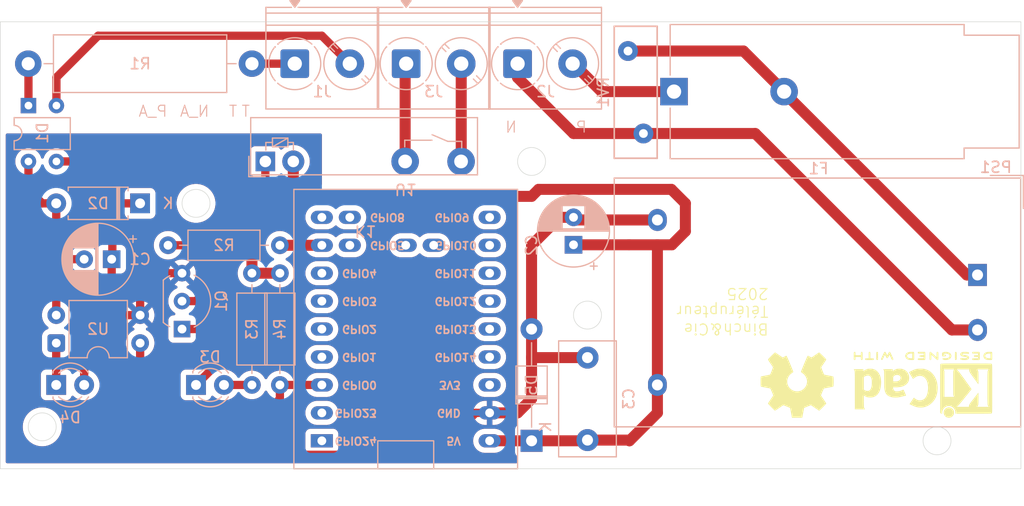
<source format=kicad_pcb>
(kicad_pcb (version 20241229) (generator "pcbnew") (generator_version "9.0")
  (layers (0 "F.Cu" signal) (2 "B.Cu" signal) (5 "F.SilkS" user "F.Silkscreen") (7 "B.SilkS" user "B.Silkscreen") (1 "F.Mask" user) (3 "B.Mask" user) (25 "Edge.Cuts" user))
  (net 0 "")
  (net 1 "Net-(D1-+)")
  (net 2 "Net-(D1--)")
  (net 3 "+5V")
  (net 4 "GND")
  (net 5 "/N")
  (net 6 "Net-(D1-Pad1)")
  (net 7 "Net-(D3-K)")
  (net 8 "Net-(D3-A)")
  (net 9 "Net-(D4-K)")
  (net 10 "/P")
  (net 11 "Net-(PS1-AC{slash}L)")
  (net 12 "/N_A")
  (net 13 "/L_A")
  (net 14 "Net-(Q1-B)")
  (net 15 "Signal_Sortie")
  (net 16 "Signal_Entrée")
  (net 35 "/S_L")
  (net 36 "/N_L")
  (footprint "Symbol:OSHW-Symbol_6.7x6mm_SilkScreen" (layer "F.Cu") (at 226.06 106.68 180)
    (property "Reference" "REF**" (hide yes))
    (property "Value" "OSHW-Symbol_6.7x6mm_SilkScreen" (hide yes))
  )
  (footprint "Symbol:KiCad-Logo2_5mm_SilkScreen" (layer "F.Cu") (at 237.49 106.68 180)
    (property "Reference" "REF**" (hide yes))
    (property "Value" "KiCad-Logo2_5mm_SilkScreen" (hide yes))
  )
  (footprint "Converter_ACDC:Converter_ACDC_Hi-Link_HLK-PMxx" (layer "B.Cu") (at 242.44 96.68 180)
    (property "Reference" "PS1" (at -1.66 9.79 0) (layer "B.SilkS") (effects (justify mirror)))
    (property "Value" "HLK-PM01")
    (pad "1" thru_hole rect (at 0 0 180) (size 1.7 2) (drill 1) (layers "*.Cu" "*.Mask") (net 11 "Net-(PS1-AC{slash}L)"))
    (pad "2" thru_hole oval (at 0 -5 180) (size 1.7 2) (drill 1) (layers "*.Cu" "*.Mask") (net 5 "/N"))
    (pad "3" thru_hole oval (at 29.08 5 180) (size 1.7 2) (drill 1) (layers "*.Cu" "*.Mask") (net 4 "GND"))
    (pad "4" thru_hole oval (at 29.08 -10 180) (size 1.7 2) (drill 1) (layers "*.Cu" "*.Mask") (net 3 "+5V"))
  )
  (footprint "Fuse:Fuseholder_Cylinder-5x20mm_Schurter_FAB_0031-355x_Horizontal_Closed" (layer "B.Cu") (at 214.87 80.01)
    (property "Reference" "F1" (at 13.125 7 180) (layer "B.SilkS") (effects (justify mirror)))
    (property "Value" "200mA")
    (pad "1" thru_hole rect (at 0 0) (size 2.5 2.5) (drill 1.3) (layers "*.Cu" "*.Mask") (net 10 "/P"))
    (pad "2" thru_hole circle (at 10 0) (size 2.5 2.5) (drill 1.3) (layers "*.Cu" "*.Mask") (net 11 "Net-(PS1-AC{slash}L)"))
  )
  (footprint "Resistor_THT:R_Axial_DIN0207_L6.3mm_D2.5mm_P10.16mm_Horizontal" (layer "B.Cu") (at 179.07 93.98 180)
    (property "Reference" "R2" (at 5.08 0 0) (layer "B.SilkS") (effects (justify mirror)))
    (property "Value" "10K")
    (pad "1" thru_hole circle (at 0 0 180) (size 1.6 1.6) (drill 0.8) (layers "*.Cu" "*.Mask") (net 15 "Signal_Sortie"))
    (pad "2" thru_hole oval (at 10.16 0 180) (size 1.6 1.6) (drill 0.8) (layers "*.Cu" "*.Mask") (net 14 "Net-(Q1-B)"))
  )
  (footprint "TerminalBlock_Phoenix:TerminalBlock_Phoenix_PT-1,5-2-5.0-H_1x02_P5.00mm_Horizontal" (layer "B.Cu") (at 190.54 77.47)
    (property "Reference" "J3" (at 2.5 2.54 180) (layer "B.SilkS") (effects (justify mirror)))
    (property "Value" "Screw_Terminal_01x02")
    (pad "1" thru_hole roundrect (at 0 0) (size 2.6 2.6) (drill 1.3) (layers "*.Cu" "*.Mask") (roundrect_rratio 0.096154) (net 36 "/N_L"))
    (pad "2" thru_hole circle (at 5 0) (size 2.6 2.6) (drill 1.3) (layers "*.Cu" "*.Mask") (net 35 "/S_L"))
  )
  (footprint "Diode_THT:D_A-405_P7.62mm_Horizontal" (layer "B.Cu") (at 166.37 90.17 180)
    (property "Reference" "D2" (at 3.81 0 0) (layer "B.SilkS") (effects (justify mirror)))
    (property "Value" "5.1V")
    (fp_text user "K" (at -2.54 0 0) (layer "B.SilkS") (effects (justify mirror)))
    (pad "1" thru_hole rect (at 0 0 180) (size 1.8 1.8) (drill 0.9) (layers "*.Cu" "*.Mask") (net 1 "Net-(D1-+)"))
    (pad "2" thru_hole oval (at 7.62 0 180) (size 1.8 1.8) (drill 0.9) (layers "*.Cu" "*.Mask") (net 2 "Net-(D1--)"))
  )
  (footprint "TerminalBlock_Phoenix:TerminalBlock_Phoenix_PT-1,5-2-5.0-H_1x02_P5.00mm_Horizontal" (layer "B.Cu") (at 200.66 77.47)
    (property "Reference" "J2" (at 2.54 2.54 180) (layer "B.SilkS") (effects (justify mirror)))
    (property "Value" "Screw_Terminal_01x02")
    (pad "1" thru_hole roundrect (at 0 0) (size 2.6 2.6) (drill 1.3) (layers "*.Cu" "*.Mask") (roundrect_rratio 0.096154) (net 5 "/N"))
    (pad "2" thru_hole circle (at 5 0) (size 2.6 2.6) (drill 1.3) (layers "*.Cu" "*.Mask") (net 10 "/P"))
  )
  (footprint "Diode_THT:Diode_Bridge_DIP-4_W5.08mm_P2.54mm" (layer "B.Cu") (at 156.23 81.28 -90)
    (property "Reference" "D1" (at 2.5 -1.27 90) (layer "B.SilkS") (effects (justify mirror)))
    (property "Value" "MB6M")
    (pad "1" thru_hole rect (at 0 0 270) (size 1.4 1.4) (drill 0.7) (layers "*.Cu" "*.Mask") (net 6 "Net-(D1-Pad1)"))
    (pad "2" thru_hole circle (at 0 -2.54 270) (size 1.4 1.4) (drill 0.7) (layers "*.Cu" "*.Mask") (net 12 "/N_A"))
    (pad "3" thru_hole circle (at 5.08 -2.54 270) (size 1.4 1.4) (drill 0.7) (layers "*.Cu" "*.Mask") (net 1 "Net-(D1-+)"))
    (pad "4" thru_hole circle (at 5.08 0 270) (size 1.4 1.4) (drill 0.7) (layers "*.Cu" "*.Mask") (net 2 "Net-(D1--)"))
  )
  (footprint "TerminalBlock_Phoenix:TerminalBlock_Phoenix_PT-1,5-2-5.0-H_1x02_P5.00mm_Horizontal" (layer "B.Cu") (at 180.42 77.47)
    (property "Reference" "J1" (at 2.5 2.54 180) (layer "B.SilkS") (effects (justify mirror)))
    (property "Value" "Screw_Terminal_01x02")
    (pad "1" thru_hole roundrect (at 0 0) (size 2.6 2.6) (drill 1.3) (layers "*.Cu" "*.Mask") (roundrect_rratio 0.096154) (net 13 "/L_A"))
    (pad "2" thru_hole circle (at 5 0) (size 2.6 2.6) (drill 1.3) (layers "*.Cu" "*.Mask") (net 12 "/N_A"))
  )
  (footprint "Espressif:ESP32-H2-SuperMini" (layer "B.Cu") (at 190.5 96.52)
    (property "Reference" "U1" (at 0 -7.62 180) (layer "B.SilkS") (effects (justify mirror)))
    (property "Value" "~")
    (fp_text user "GPIO10" (at 2.54 -2.54 180) (layer "B.SilkS") (effects (font (size 0.7 0.7)) (justify left mirror)))
    (fp_text user "5V" (at 5.08 15.24 180) (layer "B.SilkS") (effects (font (size 0.7 0.7)) (justify right mirror)))
    (fp_text user "GPIO2" (at -2.54 5.08 180) (layer "B.SilkS") (effects (font (size 0.7 0.7)) (justify right mirror)))
    (fp_text user "GPIO9" (at 2.54 -5.08 180) (layer "B.SilkS") (effects (font (size 0.7 0.7)) (justify left mirror)))
    (fp_text user "GPIO0" (at -2.54 10.16 180) (layer "B.SilkS") (effects (font (size 0.7 0.7)) (justify right mirror)))
    (fp_text user "GPIO12" (at 2.54 2.54 180) (layer "B.SilkS") (effects (font (size 0.7 0.7)) (justify left mirror)))
    (fp_text user "GPIO23" (at -2.54 12.7 180) (layer "B.SilkS") (effects (font (size 0.7 0.7)) (justify right mirror)))
    (fp_text user "GPIO3" (at -2.54 2.54 180) (layer "B.SilkS") (effects (font (size 0.7 0.7)) (justify right mirror)))
    (fp_text user "GND" (at 5.08 12.7 180) (layer "B.SilkS") (effects (font (size 0.7 0.7)) (justify right mirror)))
    (fp_text user "GPIO5" (at 0 -2.54 180) (layer "B.SilkS") (effects (font (size 0.7 0.7)) (justify right mirror)))
    (fp_text user "GPIO24" (at -2.54 15.24 180) (layer "B.SilkS") (effects (font (size 0.7 0.7)) (justify right mirror)))
    (fp_text user "GPIO8" (at 0 -5.08 180) (layer "B.SilkS") (effects (font (size 0.7 0.7)) (justify right mirror)))
    (fp_text user "GPIO13" (at 2.54 5.08 180) (layer "B.SilkS") (effects (font (size 0.7 0.7)) (justify left mirror)))
    (fp_text user "GPIO14" (at 2.54 7.62 180) (layer "B.SilkS") (effects (font (size 0.7 0.7)) (justify left mirror)))
    (fp_text user "3V3" (at 5.08 10.16 180) (layer "B.SilkS") (effects (font (size 0.7 0.7)) (justify right mirror)))
    (fp_text user "GPIO4" (at -2.54 0 180) (layer "B.SilkS") (effects (font (size 0.7 0.7)) (justify right mirror)))
    (fp_text user "GPIO1" (at -2.54 7.62 180) (layer "B.SilkS") (effects (font (size 0.7 0.7)) (justify right mirror)))
    (fp_text user "GPIO11" (at 2.54 0 180) (layer "B.SilkS") (effects (font (size 0.7 0.7)) (justify left mirror)))
    (pad "0" thru_hole oval (at -7.62 10.16 90) (size 1.2 2) (drill 0.8) (layers "*.Cu" "*.Mask") (net 16 "Signal_Entrée"))
    (pad "1" thru_hole oval (at -7.62 7.62 90) (size 1.2 2) (drill 0.8) (layers "*.Cu" "*.Mask"))
    (pad "2" thru_hole oval (at -7.62 5.08 90) (size 1.2 2) (drill 0.8) (layers "*.Cu" "*.Mask"))
    (pad "3" thru_hole oval (at -7.62 2.54 90) (size 1.2 2) (drill 0.8) (layers "*.Cu" "*.Mask"))
    (pad "3V3" thru_hole oval (at 7.62 10.16 90) (size 1.2 2) (drill 0.8) (layers "*.Cu" "*.Mask"))
    (pad "4" thru_hole oval (at -7.62 0 90) (size 1.2 2) (drill 0.8) (layers "*.Cu" "*.Mask"))
    (pad "5" thru_hole oval (at -7.62 -2.54 90) (size 1.2 2) (drill 0.8) (layers "*.Cu" "*.Mask") (net 15 "Signal_Sortie"))
    (pad "5V" thru_hole oval (at 7.62 15.24 90) (size 1.2 2) (drill 0.8) (layers "*.Cu" "*.Mask") (net 3 "+5V"))
    (pad "8" thru_hole oval (at -7.62 -5.08 90) (size 1.2 2) (drill 0.8) (layers "*.Cu" "*.Mask"))
    (pad "9" thru_hole oval (at 7.62 -5.08 90) (size 1.2 2) (drill 0.8) (layers "*.Cu" "*.Mask"))
    (pad "10" thru_hole oval (at 7.62 -2.54 90) (size 1.2 2) (drill 0.8) (layers "*.Cu" "*.Mask"))
    (pad "11" thru_hole oval (at 7.62 0 90) (size 1.2 2) (drill 0.8) (layers "*.Cu" "*.Mask"))
    (pad "12" thru_hole oval (at 7.62 2.54 90) (size 1.2 2) (drill 0.8) (layers "*.Cu" "*.Mask"))
    (pad "13" thru_hole oval (at 7.62 5.08 90) (size 1.2 2) (drill 0.8) (layers "*.Cu" "*.Mask"))
    (pad "14" thru_hole oval (at 7.62 7.62 90) (size 1.2 2) (drill 0.8) (layers "*.Cu" "*.Mask"))
    (pad "22" thru_hole oval (at 2.54 -2.54 90) (size 1.2 2) (drill 0.8) (layers "*.Cu" "*.Mask"))
    (pad "25" thru_hole oval (at 0 -2.54 90) (size 1.2 2) (drill 0.8) (layers "*.Cu" "*.Mask"))
    (pad "26" thru_hole oval (at -5.08 -2.54 90) (size 1.2 2) (drill 0.8) (layers "*.Cu" "*.Mask"))
    (pad "27" thru_hole oval (at -5.08 -5.08 90) (size 1.2 2) (drill 0.8) (layers "*.Cu" "*.Mask"))
    (pad "GND" thru_hole oval (at 7.62 12.7 90) (size 1.2 2) (drill 0.8) (layers "*.Cu" "*.Mask") (net 4 "GND"))
    (pad "RX" thru_hole oval (at -7.62 12.7 90) (size 1.2 2) (drill 0.8) (layers "*.Cu" "*.Mask"))
    (pad "TX" thru_hole rect (at -7.62 15.24 90) (size 1.2 2) (drill 0.8) (layers "*.Cu" "*.Mask"))
  )
  (footprint "Resistor_THT:R_Axial_DIN0207_L6.3mm_D2.5mm_P10.16mm_Horizontal" (layer "B.Cu") (at 179.07 106.68 90)
    (property "Reference" "R4" (at 5.08 0 90) (layer "B.SilkS") (effects (justify mirror)))
    (property "Value" "47K")
    (pad "1" thru_hole circle (at 0 0 90) (size 1.6 1.6) (drill 0.8) (layers "*.Cu" "*.Mask") (net 16 "Signal_Entrée"))
    (pad "2" thru_hole oval (at 10.16 0 90) (size 1.6 1.6) (drill 0.8) (layers "*.Cu" "*.Mask") (net 3 "+5V"))
  )
  (footprint "Capacitor_THT:CP_Radial_D6.3mm_P2.50mm" (layer "B.Cu") (at 205.74 93.94 90)
    (property "Reference" "C2" (at -0.04 -3.81 90) (layer "B.SilkS") (effects (justify mirror)))
    (property "Value" "220µF" (hide yes))
    (pad "1" thru_hole rect (at 0 0 90) (size 1.6 1.6) (drill 0.8) (layers "*.Cu" "*.Mask") (net 3 "+5V"))
    (pad "2" thru_hole circle (at 2.5 0 90) (size 1.6 1.6) (drill 0.8) (layers "*.Cu" "*.Mask") (net 4 "GND"))
  )
  (footprint "Resistor_THT:R_Axial_DIN0207_L6.3mm_D2.5mm_P10.16mm_Horizontal" (layer "B.Cu") (at 176.53 96.52 -90)
    (property "Reference" "R3" (at 5.08 0 90) (layer "B.SilkS") (effects (justify mirror)))
    (property "Value" "100")
    (pad "1" thru_hole circle (at 0 0 270) (size 1.6 1.6) (drill 0.8) (layers "*.Cu" "*.Mask") (net 3 "+5V"))
    (pad "2" thru_hole oval (at 10.16 0 270) (size 1.6 1.6) (drill 0.8) (layers "*.Cu" "*.Mask") (net 8 "Net-(D3-A)"))
  )
  (footprint "Package_TO_SOT_THT:TO-92L_Inline_Wide" (layer "B.Cu") (at 170.18 101.6 90)
    (property "Reference" "Q1" (at 2.54 3.56 90) (layer "B.SilkS") (effects (justify mirror)))
    (property "Value" "PH2222A")
    (pad "1" thru_hole rect (at 0 0 90) (size 1.5 1.5) (drill 0.8) (layers "*.Cu" "*.Mask") (net 7 "Net-(D3-K)"))
    (pad "2" thru_hole circle (at 2.54 0 90) (size 1.5 1.5) (drill 0.8) (layers "*.Cu" "*.Mask") (net 14 "Net-(Q1-B)"))
    (pad "3" thru_hole circle (at 5.08 0 90) (size 1.5 1.5) (drill 0.8) (layers "*.Cu" "*.Mask") (net 4 "GND"))
  )
  (footprint "Capacitor_THT:CP_Radial_D6.3mm_P2.50mm" (layer "B.Cu") (at 163.79 95.25 180)
    (property "Reference" "C1" (at -2.58 0 0) (layer "B.SilkS") (effects (justify mirror)))
    (property "Value" "100µF")
    (pad "1" thru_hole rect (at 0 0 180) (size 1.6 1.6) (drill 0.8) (layers "*.Cu" "*.Mask") (net 1 "Net-(D1-+)"))
    (pad "2" thru_hole circle (at 2.5 0 180) (size 1.6 1.6) (drill 0.8) (layers "*.Cu" "*.Mask") (net 2 "Net-(D1--)"))
  )
  (footprint "LED_THT:LED_D3.0mm" (layer "B.Cu") (at 171.45 106.68)
    (property "Reference" "D3" (at 1.27 -2.54 0) (layer "B.SilkS") (effects (justify mirror)))
    (property "Value" "LED")
    (pad "1" thru_hole rect (at 0 0) (size 1.8 1.8) (drill 0.9) (layers "*.Cu" "*.Mask") (net 7 "Net-(D3-K)"))
    (pad "2" thru_hole circle (at 2.54 0) (size 1.8 1.8) (drill 0.9) (layers "*.Cu" "*.Mask") (net 8 "Net-(D3-A)"))
  )
  (footprint "Package_DIP:DIP-4_W7.62mm" (layer "B.Cu") (at 158.755 102.875)
    (property "Reference" "U2" (at 3.805 -1.275 0) (layer "B.SilkS") (effects (justify mirror)))
    (property "Value" "EL817-C")
    (pad "1" thru_hole roundrect (at 0 0) (size 1.6 1.6) (drill 0.8) (layers "*.Cu" "*.Mask") (roundrect_rratio 0.15625) (net 9 "Net-(D4-K)"))
    (pad "2" thru_hole circle (at 0 -2.54) (size 1.6 1.6) (drill 0.8) (layers "*.Cu" "*.Mask") (net 2 "Net-(D1--)"))
    (pad "3" thru_hole circle (at 7.62 -2.54) (size 1.6 1.6) (drill 0.8) (layers "*.Cu" "*.Mask") (net 4 "GND"))
    (pad "4" thru_hole circle (at 7.62 0) (size 1.6 1.6) (drill 0.8) (layers "*.Cu" "*.Mask") (net 16 "Signal_Entrée"))
  )
  (footprint "Diode_THT:D_T-1_P10.16mm_Horizontal" (layer "B.Cu") (at 201.93 111.76 90)
    (property "Reference" "D5" (at 5.08 0 270) (layer "B.SilkS") (effects (justify mirror)))
    (property "Value" "1N5822")
    (fp_text user "K" (at 1.27 1.27 270) (layer "B.SilkS") (effects (justify mirror)))
    (pad "1" thru_hole rect (at 0 0 90) (size 2 2) (drill 1) (layers "*.Cu" "*.Mask") (net 3 "+5V"))
    (pad "2" thru_hole oval (at 10.16 0 90) (size 2 2) (drill 1) (layers "*.Cu" "*.Mask") (net 4 "GND"))
  )
  (footprint "LED_THT:LED_D3.0mm" (layer "B.Cu") (at 158.75 106.68)
    (property "Reference" "D4" (at 1.27 2.96 0) (layer "B.SilkS") (effects (justify mirror)))
    (property "Value" "LED")
    (pad "1" thru_hole rect (at 0 0) (size 1.8 1.8) (drill 0.9) (layers "*.Cu" "*.Mask") (net 9 "Net-(D4-K)"))
    (pad "2" thru_hole circle (at 2.54 0) (size 1.8 1.8) (drill 0.9) (layers "*.Cu" "*.Mask") (net 1 "Net-(D1-+)"))
  )
  (footprint "com_github_alarm-siren_arduino-kicad-library:HF49FD" (layer "B.Cu") (at 186.8479 79.5024)
    (property "Reference" "K1" (at 0 13.2 180) (layer "B.SilkS") (effects (justify mirror)))
    (property "Value" "Relay_SPST-NO")
    (pad "1" thru_hole rect (at -9.1016 6.8576) (size 1.778 1.778) (drill 1.05) (layers "*.Cu" "*.Mask") (net 7 "Net-(D3-K)"))
    (pad "2" thru_hole circle (at -6.5616 6.8576) (size 2 2) (drill 1.05) (layers "*.Cu" "*.Mask") (net 3 "+5V"))
    (pad "3" thru_hole circle (at 3.5984 6.8576) (size 2.5 2.5) (drill 1.25) (layers "*.Cu" "*.Mask") (net 36 "/N_L"))
    (pad "4" thru_hole circle (at 8.6784 6.8576) (size 2.5 2.5) (drill 1.25) (layers "*.Cu" "*.Mask") (net 35 "/S_L"))
  )
  (footprint "Varistor:RV_Disc_D12mm_W3.9mm_P7.5mm" (layer "B.Cu") (at 212.09 83.82 90)
    (property "Reference" "RV1" (at 3.75 -3.65 90) (layer "B.SilkS") (effects (justify mirror)))
    (property "Value" "Varistor")
    (pad "1" thru_hole circle (at 0 0 90) (size 1.8 1.8) (drill 0.8) (layers "*.Cu" "*.Mask") (net 5 "/N"))
    (pad "2" thru_hole circle (at 7.5 -1.4 90) (size 1.8 1.8) (drill 0.8) (layers "*.Cu" "*.Mask") (net 11 "Net-(PS1-AC{slash}L)"))
  )
  (footprint "Capacitor_THT:C_Rect_L10.3mm_W5.0mm_P7.50mm_MKS4" (layer "B.Cu") (at 207.01 111.695 90)
    (property "Reference" "C3" (at 3.75 3.75 90) (layer "B.SilkS") (effects (justify mirror)))
    (property "Value" "0.1µF")
    (pad "1" thru_hole circle (at 0 0 90) (size 2 2) (drill 1) (layers "*.Cu" "*.Mask") (net 3 "+5V"))
    (pad "2" thru_hole circle (at 7.5 0 90) (size 2 2) (drill 1) (layers "*.Cu" "*.Mask") (net 4 "GND"))
  )
  (footprint "Resistor_THT:R_Axial_DIN0516_L15.5mm_D5.0mm_P20.32mm_Horizontal" (layer "B.Cu") (at 176.53 77.47 180)
    (property "Reference" "R1" (at 10.16 0 0) (layer "B.SilkS") (effects (justify mirror)))
    (property "Value" "150K 2W")
    (pad "1" thru_hole circle (at 0 0 180) (size 2.4 2.4) (drill 1.2) (layers "*.Cu" "*.Mask") (net 13 "/L_A"))
    (pad "2" thru_hole oval (at 20.32 0 180) (size 2.4 2.4) (drill 1.2) (layers "*.Cu" "*.Mask") (net 6 "Net-(D1-Pad1)"))
  )
  (gr_rect (start 153.67 73.66) (end 246.38 114.3) (stroke (width 0.05)) (fill no) (layer "Edge.Cuts"))
  (gr_circle (center 157.48 110.49) (end 158.75 110.49) (stroke (width 0.05)) (fill no) (layer "Edge.Cuts"))
  (gr_circle (center 238.76 111.76) (end 240.03 111.76) (stroke (width 0.05)) (fill no) (layer "Edge.Cuts"))
  (gr_circle (center 171.45 90.17) (end 172.72 90.17) (stroke (width 0.05)) (fill no) (layer "Edge.Cuts"))
  (gr_circle (center 207.01 100.33) (end 208.28 100.33) (stroke (width 0.05)) (fill no) (layer "Edge.Cuts"))
  (gr_circle (center 201.93 86.36) (end 203.2 86.36) (stroke (width 0.05)) (fill no) (layer "Edge.Cuts"))
  (gr_text "Binch&Cie\nTélérupteur\n2025" (at 223.52 97.79 180) (layer "F.SilkS") (effects (font (size 1 1) (thickness 0.1)) (justify left bottom)))
  (gr_text "P" (at 207.01 83.82 0) (layer "B.SilkS") (effects (font (size 1 1) (thickness 0.1)) (justify left bottom mirror)))
  (gr_text "N_A" (at 172.72 82.3762 0) (layer "B.SilkS") (effects (font (size 1 1) (thickness 0.1)) (justify left bottom mirror)))
  (gr_text "N" (at 200.66 83.82 0) (layer "B.SilkS") (effects (font (size 1 1) (thickness 0.1)) (justify left bottom mirror)))
  (gr_text "P_A" (at 168.91 82.3762 0) (layer "B.SilkS") (effects (font (size 1 1) (thickness 0.1)) (justify left bottom mirror)))
  (gr_text "T" (at 175.26 82.3762 0) (layer "B.SilkS") (effects (font (size 1 1) (thickness 0.1)) (justify left bottom mirror)))
  (gr_text "T" (at 176.4175 82.3762 0) (layer "B.SilkS") (effects (font (size 1 1) (thickness 0.1)) (justify left bottom mirror)))
  (segment (start 163.85 87.63) (end 163.85 90.17) (width 0.75) (layer "F.Cu") (net 1))
  (segment (start 162.58 86.36) (end 163.85 87.63) (width 0.75) (layer "F.Cu") (net 1))
  (segment (start 163.85 95.19) (end 163.79 95.25) (width 0.75) (layer "F.Cu") (net 1))
  (segment (start 166.37 90.17) (end 163.85 90.17) (width 0.75) (layer "F.Cu") (net 1))
  (segment (start 163.79 95.25) (end 163.79 97.79) (width 0.75) (layer "F.Cu") (net 1))
  (segment (start 163.85 90.17) (end 163.85 95.19) (width 0.75) (layer "F.Cu") (net 1))
  (segment (start 161.29 106.68) (end 161.29 100.29) (width 0.75) (layer "F.Cu") (net 1))
  (segment (start 158.77 86.36) (end 162.58 86.36) (width 0.75) (layer "F.Cu") (net 1))
  (segment (start 161.29 100.29) (end 163.79 97.79) (width 0.75) (layer "F.Cu") (net 1))
  (segment (start 156.23 88.88) (end 156.23 86.36) (width 0.75) (layer "F.Cu") (net 2))
  (segment (start 158.755 100.335) (end 158.755 95.25) (width 0.75) (layer "F.Cu") (net 2))
  (segment (start 157.48 90.17) (end 156.21 88.9) (width 0.75) (layer "F.Cu") (net 2))
  (segment (start 158.755 95.25) (end 158.755 90.175) (width 0.75) (layer "F.Cu") (net 2))
  (segment (start 158.755 90.175) (end 158.75 90.17) (width 0.75) (layer "F.Cu") (net 2))
  (segment (start 156.21 88.9) (end 156.23 88.88) (width 0.75) (layer "F.Cu") (net 2))
  (segment (start 158.75 90.17) (end 157.48 90.17) (width 0.75) (layer "F.Cu") (net 2))
  (segment (start 161.29 95.25) (end 158.755 95.25) (width 0.75) (layer "F.Cu") (net 2))
  (segment (start 213.36 106.68) (end 213.36 93.94) (width 1) (layer "F.Cu") (net 3))
  (segment (start 210.82 111.76) (end 210.755 111.695) (width 1) (layer "F.Cu") (net 3))
  (segment (start 213.36 109.22) (end 210.82 111.76) (width 1) (layer "F.Cu") (net 3))
  (segment (start 201.93 89.535) (end 180.975 89.535) (width 1) (layer "F.Cu") (net 3))
  (segment (start 213.36 93.94) (end 214.67 93.94) (width 1) (layer "F.Cu") (net 3))
  (segment (start 206.945 111.76) (end 207.01 111.695) (width 1) (layer "F.Cu") (net 3))
  (segment (start 213.36 106.68) (end 213.36 109.22) (width 1) (layer "F.Cu") (net 3))
  (segment (start 202.565 88.9) (end 201.93 89.535) (width 1) (layer "F.Cu") (net 3))
  (segment (start 176.53 96.52) (end 179.07 96.52) (width 1) (layer "F.Cu") (net 3))
  (segment (start 214.67 93.94) (end 215.9 92.71) (width 1) (layer "F.Cu") (net 3))
  (segment (start 180.975 89.535) (end 180.2863 88.8463) (width 1) (layer "F.Cu") (net 3))
  (segment (start 215.9 90.17) (end 214.63 88.9) (width 1) (layer "F.Cu") (net 3))
  (segment (start 201.93 111.76) (end 206.945 111.76) (width 1) (layer "F.Cu") (net 3))
  (segment (start 205.74 93.94) (end 210.78 93.94) (width 1) (layer "F.Cu") (net 3))
  (segment (start 180.2863 88.9537) (end 180.2863 88.8463) (width 1) (layer "F.Cu") (net 3))
  (segment (start 215.9 92.71) (end 215.9 90.17) (width 1) (layer "F.Cu") (net 3))
  (segment (start 176.53 96.52) (end 176.53 92.71) (width 1) (layer "F.Cu") (net 3))
  (segment (start 176.53 92.71) (end 180.2863 88.9537) (width 1) (layer "F.Cu") (net 3))
  (segment (start 214.63 88.9) (end 202.565 88.9) (width 1) (layer "F.Cu") (net 3))
  (segment (start 210.78 93.94) (end 213.36 93.94) (width 1) (layer "F.Cu") (net 3))
  (segment (start 198.12 111.76) (end 198.089 111.791) (width 1) (layer "F.Cu") (net 3))
  (segment (start 180.2863 88.8463) (end 180.2863 86.36) (width 1) (layer "F.Cu") (net 3))
  (segment (start 198.12 111.76) (end 201.93 111.76) (width 1) (layer "F.Cu") (net 3))
  (segment (start 210.755 111.695) (end 207.01 111.695) (width 1) (layer "F.Cu") (net 3))
  (segment (start 166.375 100.335) (end 165.105 100.335) (width 0.75) (layer "F.Cu") (net 4))
  (segment (start 166.375 97.795) (end 166.37 97.79) (width 0.75) (layer "F.Cu") (net 4))
  (segment (start 166.37 97.79) (end 167.64 96.52) (width 0.75) (layer "F.Cu") (net 4))
  (segment (start 201.93 93.98) (end 201.93 101.6) (width 1) (layer "F.Cu") (net 4))
  (segment (start 167.64 96.52) (end 170.18 96.52) (width 0.75) (layer "F.Cu") (net 4))
  (segment (start 166.375 100.335) (end 166.375 97.795) (width 0.75) (layer "F.Cu") (net 4))
  (segment (start 165.105 100.335) (end 165.1 100.33) (width 0.75) (layer "F.Cu") (net 4))
  (segment (start 201.93 107.95) (end 201.93 104.25) (width 1) (layer "F.Cu") (net 4))
  (segment (start 207.01 104.195) (end 201.985 104.195) (width 1) (layer "F.Cu") (net 4))
  (segment (start 205.98 91.68) (end 205.74 91.44) (width 1) (layer "F.Cu") (net 4))
  (segment (start 204.47 91.44) (end 201.93 93.98) (width 1) (layer "F.Cu") (net 4))
  (segment (start 201.985 104.195) (end 201.93 104.14) (width 1) (layer "F.Cu") (net 4))
  (segment (start 201.93 104.25) (end 201.985 104.195) (width 1) (layer "F.Cu") (net 4))
  (segment (start 163.83 109.22) (end 167.64 113.03) (width 0.75) (layer "F.Cu") (net 4))
  (segment (start 198.12 109.22) (end 200.66 109.22) (width 1) (layer "F.Cu") (net 4))
  (segment (start 163.83 101.6) (end 163.83 109.22) (width 0.75) (layer "F.Cu") (net 4))
  (segment (start 193.04 113.03) (end 196.85 109.22) (width 0.75) (layer "F.Cu") (net 4))
  (segment (start 165.1 100.33) (end 163.83 101.6) (width 0.75) (layer "F.Cu") (net 4))
  (segment (start 167.64 113.03) (end 193.04 113.03) (width 0.75) (layer "F.Cu") (net 4))
  (segment (start 213.36 91.68) (end 205.98 91.68) (width 1) (layer "F.Cu") (net 4))
  (segment (start 196.85 109.22) (end 198.12 109.22) (width 0.75) (layer "F.Cu") (net 4))
  (segment (start 205.74 91.44) (end 204.47 91.44) (width 1) (layer "F.Cu") (net 4))
  (segment (start 200.66 109.22) (end 201.93 107.95) (width 1) (layer "F.Cu") (net 4))
  (segment (start 201.93 104.14) (end 201.93 101.6) (width 1) (layer "F.Cu") (net 4))
  (segment (start 212.09 83.82) (end 205.74 83.82) (width 1) (layer "F.Cu") (net 5))
  (segment (start 200.66 78.74) (end 200.66 77.47) (width 1) (layer "F.Cu") (net 5))
  (segment (start 212.09 83.82) (end 222.25 83.82) (width 1) (layer "F.Cu") (net 5))
  (segment (start 222.25 83.82) (end 240.11 101.68) (width 1) (layer "F.Cu") (net 5))
  (segment (start 240.11 101.68) (end 242.44 101.68) (width 1) (layer "F.Cu") (net 5))
  (segment (start 205.74 83.82) (end 200.66 78.74) (width 1) (layer "F.Cu") (net 5))
  (segment (start 156.23 77.49) (end 156.21 77.47) (width 0.75) (layer "F.Cu") (net 6))
  (segment (start 156.23 81.28) (end 156.23 77.49) (width 0.75) (layer "F.Cu") (net 6))
  (segment (start 173.99 104.14) (end 171.45 106.68) (width 0.75) (layer "F.Cu") (net 7))
  (segment (start 177.7463 88.8463) (end 177.8 88.9) (width 0.75) (layer "F.Cu") (net 7))
  (segment (start 173.99 92.71) (end 173.99 101.6) (width 0.75) (layer "F.Cu") (net 7))
  (segment (start 170.18 101.6) (end 173.99 101.6) (width 0.75) (layer "F.Cu") (net 7))
  (segment (start 177.8 88.9) (end 173.99 92.71) (width 0.75) (layer "F.Cu") (net 7))
  (segment (start 173.99 101.6) (end 173.99 104.14) (width 0.75) (layer "F.Cu") (net 7))
  (segment (start 177.7463 86.36) (end 177.7463 88.8463) (width 0.75) (layer "F.Cu") (net 7))
  (segment (start 176.53 106.68) (end 173.99 106.68) (width 0.75) (layer "F.Cu") (net 8))
  (segment (start 158.75 102.88) (end 158.755 102.875) (width 0.75) (layer "F.Cu") (net 9))
  (segment (start 158.75 106.68) (end 158.75 102.88) (width 0.75) (layer "F.Cu") (net 9))
  (segment (start 208.28 80.01) (end 214.87 80.01) (width 1) (layer "F.Cu") (net 10))
  (segment (start 205.66 77.47) (end 205.74 77.47) (width 1) (layer "F.Cu") (net 10))
  (segment (start 205.74 77.47) (end 208.28 80.01) (width 1) (layer "F.Cu") (net 10))
  (segment (start 224.87 80.09) (end 241.46 96.68) (width 1) (layer "F.Cu") (net 11))
  (segment (start 221.18 76.32) (end 224.87 80.01) (width 1) (layer "F.Cu") (net 11))
  (segment (start 241.46 96.68) (end 242.44 96.68) (width 1) (layer "F.Cu") (net 11))
  (segment (start 224.87 80.01) (end 224.87 80.09) (width 1) (layer "F.Cu") (net 11))
  (segment (start 210.69 76.32) (end 221.18 76.32) (width 1) (layer "F.Cu") (net 11))
  (segment (start 158.77 78.72) (end 162.56 74.93) (width 0.75) (layer "F.Cu") (net 12))
  (segment (start 182.88 74.93) (end 185.42 77.47) (width 0.75) (layer "F.Cu") (net 12))
  (segment (start 162.56 74.93) (end 182.88 74.93) (width 0.75) (layer "F.Cu") (net 12))
  (segment (start 158.77 81.28) (end 158.77 78.72) (width 0.75) (layer "F.Cu") (net 12))
  (segment (start 180.42 77.47) (end 176.53 77.47) (width 0.75) (layer "F.Cu") (net 13))
  (segment (start 171.45 93.98) (end 172.72 95.25) (width 0.75) (layer "F.Cu") (net 14))
  (segment (start 171.45 99.06) (end 170.18 99.06) (width 0.75) (layer "F.Cu") (net 14))
  (segment (start 168.91 93.98) (end 171.45 93.98) (width 0.75) (layer "F.Cu") (net 14))
  (segment (start 172.72 97.79) (end 171.45 99.06) (width 0.75) (layer "F.Cu") (net 14))
  (segment (start 172.72 95.25) (end 172.72 97.79) (width 0.75) (layer "F.Cu") (net 14))
  (segment (start 179.07 93.98) (end 182.88 93.98) (width 1) (layer "F.Cu") (net 15))
  (segment (start 166.37 109.22) (end 166.37 107.95) (width 0.75) (layer "F.Cu") (net 16))
  (segment (start 166.37 109.22) (end 166.375 109.215) (width 0.75) (layer "F.Cu") (net 16))
  (segment (start 167.64 110.49) (end 166.37 109.22) (width 0.75) (layer "F.Cu") (net 16))
  (segment (start 166.37 107.95) (end 166.375 107.945) (width 0.75) (layer "F.Cu") (net 16))
  (segment (start 179.07 107.95) (end 176.53 110.49) (width 0.75) (layer "F.Cu") (net 16))
  (segment (start 179.07 106.68) (end 179.07 107.95) (width 0.75) (layer "F.Cu") (net 16))
  (segment (start 176.53 110.49) (end 167.64 110.49) (width 0.75) (layer "F.Cu") (net 16))
  (segment (start 182.88 106.68) (end 179.07 106.68) (width 0.75) (layer "F.Cu") (net 16))
  (segment (start 166.375 107.945) (end 166.375 102.875) (width 0.75) (layer "F.Cu") (net 16))
  (segment (start 195.54 86.3463) (end 195.5263 86.36) (width 1) (layer "F.Cu") (net 35))
  (segment (start 195.54 77.47) (end 195.54 86.3463) (width 1) (layer "F.Cu") (net 35))
  (segment (start 190.4463 77.5637) (end 190.54 77.47) (width 1) (layer "F.Cu") (net 36))
  (segment (start 190.4463 86.36) (end 190.4463 77.5637) (width 1) (layer "F.Cu") (net 36))
  (zone (net 4) (net_name "GND") (layers "F.Cu" "B.Cu") (connect_pads (clearance 0.5)) (min_thickness 0.25) (fill yes (thermal_gap 0.5) (thermal_bridge_width 0.5))
    (polygon (pts (xy 153.67 114.3) (xy 153.67 83.82) (xy 182.88 83.82) (xy 182.88 88.9) (xy 200.66 88.9) (xy 200.66 114.3)))
  )
)
</source>
